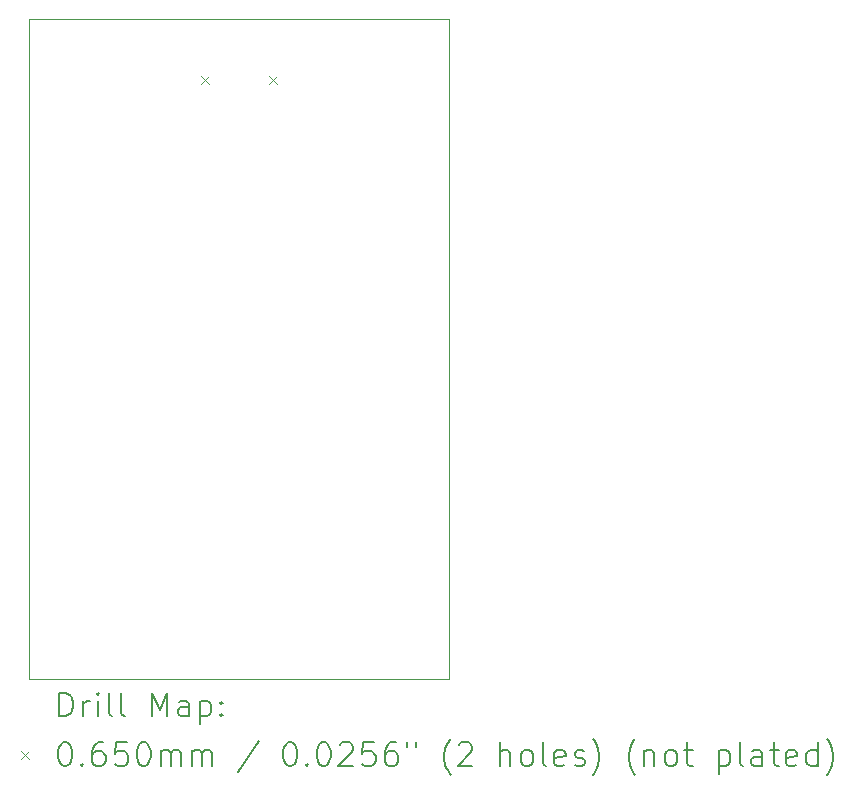
<source format=gbr>
%TF.GenerationSoftware,KiCad,Pcbnew,8.0.2*%
%TF.CreationDate,2024-06-21T23:47:10-04:00*%
%TF.ProjectId,RP2040 Custom,52503230-3430-4204-9375-73746f6d2e6b,rev?*%
%TF.SameCoordinates,Original*%
%TF.FileFunction,Drillmap*%
%TF.FilePolarity,Positive*%
%FSLAX45Y45*%
G04 Gerber Fmt 4.5, Leading zero omitted, Abs format (unit mm)*
G04 Created by KiCad (PCBNEW 8.0.2) date 2024-06-21 23:47:10*
%MOMM*%
%LPD*%
G01*
G04 APERTURE LIST*
%ADD10C,0.050000*%
%ADD11C,0.200000*%
%ADD12C,0.100000*%
G04 APERTURE END LIST*
D10*
X12192000Y-4318000D02*
X15748000Y-4318000D01*
X15748000Y-9906000D01*
X12192000Y-9906000D01*
X12192000Y-4318000D01*
D11*
D12*
X13648500Y-4800000D02*
X13713500Y-4865000D01*
X13713500Y-4800000D02*
X13648500Y-4865000D01*
X14226500Y-4800000D02*
X14291500Y-4865000D01*
X14291500Y-4800000D02*
X14226500Y-4865000D01*
D11*
X12450277Y-10219984D02*
X12450277Y-10019984D01*
X12450277Y-10019984D02*
X12497896Y-10019984D01*
X12497896Y-10019984D02*
X12526467Y-10029508D01*
X12526467Y-10029508D02*
X12545515Y-10048555D01*
X12545515Y-10048555D02*
X12555039Y-10067603D01*
X12555039Y-10067603D02*
X12564562Y-10105698D01*
X12564562Y-10105698D02*
X12564562Y-10134270D01*
X12564562Y-10134270D02*
X12555039Y-10172365D01*
X12555039Y-10172365D02*
X12545515Y-10191412D01*
X12545515Y-10191412D02*
X12526467Y-10210460D01*
X12526467Y-10210460D02*
X12497896Y-10219984D01*
X12497896Y-10219984D02*
X12450277Y-10219984D01*
X12650277Y-10219984D02*
X12650277Y-10086650D01*
X12650277Y-10124746D02*
X12659801Y-10105698D01*
X12659801Y-10105698D02*
X12669324Y-10096174D01*
X12669324Y-10096174D02*
X12688372Y-10086650D01*
X12688372Y-10086650D02*
X12707420Y-10086650D01*
X12774086Y-10219984D02*
X12774086Y-10086650D01*
X12774086Y-10019984D02*
X12764562Y-10029508D01*
X12764562Y-10029508D02*
X12774086Y-10039031D01*
X12774086Y-10039031D02*
X12783610Y-10029508D01*
X12783610Y-10029508D02*
X12774086Y-10019984D01*
X12774086Y-10019984D02*
X12774086Y-10039031D01*
X12897896Y-10219984D02*
X12878848Y-10210460D01*
X12878848Y-10210460D02*
X12869324Y-10191412D01*
X12869324Y-10191412D02*
X12869324Y-10019984D01*
X13002658Y-10219984D02*
X12983610Y-10210460D01*
X12983610Y-10210460D02*
X12974086Y-10191412D01*
X12974086Y-10191412D02*
X12974086Y-10019984D01*
X13231229Y-10219984D02*
X13231229Y-10019984D01*
X13231229Y-10019984D02*
X13297896Y-10162841D01*
X13297896Y-10162841D02*
X13364562Y-10019984D01*
X13364562Y-10019984D02*
X13364562Y-10219984D01*
X13545515Y-10219984D02*
X13545515Y-10115222D01*
X13545515Y-10115222D02*
X13535991Y-10096174D01*
X13535991Y-10096174D02*
X13516943Y-10086650D01*
X13516943Y-10086650D02*
X13478848Y-10086650D01*
X13478848Y-10086650D02*
X13459801Y-10096174D01*
X13545515Y-10210460D02*
X13526467Y-10219984D01*
X13526467Y-10219984D02*
X13478848Y-10219984D01*
X13478848Y-10219984D02*
X13459801Y-10210460D01*
X13459801Y-10210460D02*
X13450277Y-10191412D01*
X13450277Y-10191412D02*
X13450277Y-10172365D01*
X13450277Y-10172365D02*
X13459801Y-10153317D01*
X13459801Y-10153317D02*
X13478848Y-10143793D01*
X13478848Y-10143793D02*
X13526467Y-10143793D01*
X13526467Y-10143793D02*
X13545515Y-10134270D01*
X13640753Y-10086650D02*
X13640753Y-10286650D01*
X13640753Y-10096174D02*
X13659801Y-10086650D01*
X13659801Y-10086650D02*
X13697896Y-10086650D01*
X13697896Y-10086650D02*
X13716943Y-10096174D01*
X13716943Y-10096174D02*
X13726467Y-10105698D01*
X13726467Y-10105698D02*
X13735991Y-10124746D01*
X13735991Y-10124746D02*
X13735991Y-10181889D01*
X13735991Y-10181889D02*
X13726467Y-10200936D01*
X13726467Y-10200936D02*
X13716943Y-10210460D01*
X13716943Y-10210460D02*
X13697896Y-10219984D01*
X13697896Y-10219984D02*
X13659801Y-10219984D01*
X13659801Y-10219984D02*
X13640753Y-10210460D01*
X13821705Y-10200936D02*
X13831229Y-10210460D01*
X13831229Y-10210460D02*
X13821705Y-10219984D01*
X13821705Y-10219984D02*
X13812182Y-10210460D01*
X13812182Y-10210460D02*
X13821705Y-10200936D01*
X13821705Y-10200936D02*
X13821705Y-10219984D01*
X13821705Y-10096174D02*
X13831229Y-10105698D01*
X13831229Y-10105698D02*
X13821705Y-10115222D01*
X13821705Y-10115222D02*
X13812182Y-10105698D01*
X13812182Y-10105698D02*
X13821705Y-10096174D01*
X13821705Y-10096174D02*
X13821705Y-10115222D01*
D12*
X12124500Y-10516000D02*
X12189500Y-10581000D01*
X12189500Y-10516000D02*
X12124500Y-10581000D01*
D11*
X12488372Y-10439984D02*
X12507420Y-10439984D01*
X12507420Y-10439984D02*
X12526467Y-10449508D01*
X12526467Y-10449508D02*
X12535991Y-10459031D01*
X12535991Y-10459031D02*
X12545515Y-10478079D01*
X12545515Y-10478079D02*
X12555039Y-10516174D01*
X12555039Y-10516174D02*
X12555039Y-10563793D01*
X12555039Y-10563793D02*
X12545515Y-10601889D01*
X12545515Y-10601889D02*
X12535991Y-10620936D01*
X12535991Y-10620936D02*
X12526467Y-10630460D01*
X12526467Y-10630460D02*
X12507420Y-10639984D01*
X12507420Y-10639984D02*
X12488372Y-10639984D01*
X12488372Y-10639984D02*
X12469324Y-10630460D01*
X12469324Y-10630460D02*
X12459801Y-10620936D01*
X12459801Y-10620936D02*
X12450277Y-10601889D01*
X12450277Y-10601889D02*
X12440753Y-10563793D01*
X12440753Y-10563793D02*
X12440753Y-10516174D01*
X12440753Y-10516174D02*
X12450277Y-10478079D01*
X12450277Y-10478079D02*
X12459801Y-10459031D01*
X12459801Y-10459031D02*
X12469324Y-10449508D01*
X12469324Y-10449508D02*
X12488372Y-10439984D01*
X12640753Y-10620936D02*
X12650277Y-10630460D01*
X12650277Y-10630460D02*
X12640753Y-10639984D01*
X12640753Y-10639984D02*
X12631229Y-10630460D01*
X12631229Y-10630460D02*
X12640753Y-10620936D01*
X12640753Y-10620936D02*
X12640753Y-10639984D01*
X12821705Y-10439984D02*
X12783610Y-10439984D01*
X12783610Y-10439984D02*
X12764562Y-10449508D01*
X12764562Y-10449508D02*
X12755039Y-10459031D01*
X12755039Y-10459031D02*
X12735991Y-10487603D01*
X12735991Y-10487603D02*
X12726467Y-10525698D01*
X12726467Y-10525698D02*
X12726467Y-10601889D01*
X12726467Y-10601889D02*
X12735991Y-10620936D01*
X12735991Y-10620936D02*
X12745515Y-10630460D01*
X12745515Y-10630460D02*
X12764562Y-10639984D01*
X12764562Y-10639984D02*
X12802658Y-10639984D01*
X12802658Y-10639984D02*
X12821705Y-10630460D01*
X12821705Y-10630460D02*
X12831229Y-10620936D01*
X12831229Y-10620936D02*
X12840753Y-10601889D01*
X12840753Y-10601889D02*
X12840753Y-10554270D01*
X12840753Y-10554270D02*
X12831229Y-10535222D01*
X12831229Y-10535222D02*
X12821705Y-10525698D01*
X12821705Y-10525698D02*
X12802658Y-10516174D01*
X12802658Y-10516174D02*
X12764562Y-10516174D01*
X12764562Y-10516174D02*
X12745515Y-10525698D01*
X12745515Y-10525698D02*
X12735991Y-10535222D01*
X12735991Y-10535222D02*
X12726467Y-10554270D01*
X13021705Y-10439984D02*
X12926467Y-10439984D01*
X12926467Y-10439984D02*
X12916943Y-10535222D01*
X12916943Y-10535222D02*
X12926467Y-10525698D01*
X12926467Y-10525698D02*
X12945515Y-10516174D01*
X12945515Y-10516174D02*
X12993134Y-10516174D01*
X12993134Y-10516174D02*
X13012182Y-10525698D01*
X13012182Y-10525698D02*
X13021705Y-10535222D01*
X13021705Y-10535222D02*
X13031229Y-10554270D01*
X13031229Y-10554270D02*
X13031229Y-10601889D01*
X13031229Y-10601889D02*
X13021705Y-10620936D01*
X13021705Y-10620936D02*
X13012182Y-10630460D01*
X13012182Y-10630460D02*
X12993134Y-10639984D01*
X12993134Y-10639984D02*
X12945515Y-10639984D01*
X12945515Y-10639984D02*
X12926467Y-10630460D01*
X12926467Y-10630460D02*
X12916943Y-10620936D01*
X13155039Y-10439984D02*
X13174086Y-10439984D01*
X13174086Y-10439984D02*
X13193134Y-10449508D01*
X13193134Y-10449508D02*
X13202658Y-10459031D01*
X13202658Y-10459031D02*
X13212182Y-10478079D01*
X13212182Y-10478079D02*
X13221705Y-10516174D01*
X13221705Y-10516174D02*
X13221705Y-10563793D01*
X13221705Y-10563793D02*
X13212182Y-10601889D01*
X13212182Y-10601889D02*
X13202658Y-10620936D01*
X13202658Y-10620936D02*
X13193134Y-10630460D01*
X13193134Y-10630460D02*
X13174086Y-10639984D01*
X13174086Y-10639984D02*
X13155039Y-10639984D01*
X13155039Y-10639984D02*
X13135991Y-10630460D01*
X13135991Y-10630460D02*
X13126467Y-10620936D01*
X13126467Y-10620936D02*
X13116943Y-10601889D01*
X13116943Y-10601889D02*
X13107420Y-10563793D01*
X13107420Y-10563793D02*
X13107420Y-10516174D01*
X13107420Y-10516174D02*
X13116943Y-10478079D01*
X13116943Y-10478079D02*
X13126467Y-10459031D01*
X13126467Y-10459031D02*
X13135991Y-10449508D01*
X13135991Y-10449508D02*
X13155039Y-10439984D01*
X13307420Y-10639984D02*
X13307420Y-10506650D01*
X13307420Y-10525698D02*
X13316943Y-10516174D01*
X13316943Y-10516174D02*
X13335991Y-10506650D01*
X13335991Y-10506650D02*
X13364563Y-10506650D01*
X13364563Y-10506650D02*
X13383610Y-10516174D01*
X13383610Y-10516174D02*
X13393134Y-10535222D01*
X13393134Y-10535222D02*
X13393134Y-10639984D01*
X13393134Y-10535222D02*
X13402658Y-10516174D01*
X13402658Y-10516174D02*
X13421705Y-10506650D01*
X13421705Y-10506650D02*
X13450277Y-10506650D01*
X13450277Y-10506650D02*
X13469324Y-10516174D01*
X13469324Y-10516174D02*
X13478848Y-10535222D01*
X13478848Y-10535222D02*
X13478848Y-10639984D01*
X13574086Y-10639984D02*
X13574086Y-10506650D01*
X13574086Y-10525698D02*
X13583610Y-10516174D01*
X13583610Y-10516174D02*
X13602658Y-10506650D01*
X13602658Y-10506650D02*
X13631229Y-10506650D01*
X13631229Y-10506650D02*
X13650277Y-10516174D01*
X13650277Y-10516174D02*
X13659801Y-10535222D01*
X13659801Y-10535222D02*
X13659801Y-10639984D01*
X13659801Y-10535222D02*
X13669324Y-10516174D01*
X13669324Y-10516174D02*
X13688372Y-10506650D01*
X13688372Y-10506650D02*
X13716943Y-10506650D01*
X13716943Y-10506650D02*
X13735991Y-10516174D01*
X13735991Y-10516174D02*
X13745515Y-10535222D01*
X13745515Y-10535222D02*
X13745515Y-10639984D01*
X14135991Y-10430460D02*
X13964563Y-10687603D01*
X14393134Y-10439984D02*
X14412182Y-10439984D01*
X14412182Y-10439984D02*
X14431229Y-10449508D01*
X14431229Y-10449508D02*
X14440753Y-10459031D01*
X14440753Y-10459031D02*
X14450277Y-10478079D01*
X14450277Y-10478079D02*
X14459801Y-10516174D01*
X14459801Y-10516174D02*
X14459801Y-10563793D01*
X14459801Y-10563793D02*
X14450277Y-10601889D01*
X14450277Y-10601889D02*
X14440753Y-10620936D01*
X14440753Y-10620936D02*
X14431229Y-10630460D01*
X14431229Y-10630460D02*
X14412182Y-10639984D01*
X14412182Y-10639984D02*
X14393134Y-10639984D01*
X14393134Y-10639984D02*
X14374086Y-10630460D01*
X14374086Y-10630460D02*
X14364563Y-10620936D01*
X14364563Y-10620936D02*
X14355039Y-10601889D01*
X14355039Y-10601889D02*
X14345515Y-10563793D01*
X14345515Y-10563793D02*
X14345515Y-10516174D01*
X14345515Y-10516174D02*
X14355039Y-10478079D01*
X14355039Y-10478079D02*
X14364563Y-10459031D01*
X14364563Y-10459031D02*
X14374086Y-10449508D01*
X14374086Y-10449508D02*
X14393134Y-10439984D01*
X14545515Y-10620936D02*
X14555039Y-10630460D01*
X14555039Y-10630460D02*
X14545515Y-10639984D01*
X14545515Y-10639984D02*
X14535991Y-10630460D01*
X14535991Y-10630460D02*
X14545515Y-10620936D01*
X14545515Y-10620936D02*
X14545515Y-10639984D01*
X14678848Y-10439984D02*
X14697896Y-10439984D01*
X14697896Y-10439984D02*
X14716944Y-10449508D01*
X14716944Y-10449508D02*
X14726467Y-10459031D01*
X14726467Y-10459031D02*
X14735991Y-10478079D01*
X14735991Y-10478079D02*
X14745515Y-10516174D01*
X14745515Y-10516174D02*
X14745515Y-10563793D01*
X14745515Y-10563793D02*
X14735991Y-10601889D01*
X14735991Y-10601889D02*
X14726467Y-10620936D01*
X14726467Y-10620936D02*
X14716944Y-10630460D01*
X14716944Y-10630460D02*
X14697896Y-10639984D01*
X14697896Y-10639984D02*
X14678848Y-10639984D01*
X14678848Y-10639984D02*
X14659801Y-10630460D01*
X14659801Y-10630460D02*
X14650277Y-10620936D01*
X14650277Y-10620936D02*
X14640753Y-10601889D01*
X14640753Y-10601889D02*
X14631229Y-10563793D01*
X14631229Y-10563793D02*
X14631229Y-10516174D01*
X14631229Y-10516174D02*
X14640753Y-10478079D01*
X14640753Y-10478079D02*
X14650277Y-10459031D01*
X14650277Y-10459031D02*
X14659801Y-10449508D01*
X14659801Y-10449508D02*
X14678848Y-10439984D01*
X14821706Y-10459031D02*
X14831229Y-10449508D01*
X14831229Y-10449508D02*
X14850277Y-10439984D01*
X14850277Y-10439984D02*
X14897896Y-10439984D01*
X14897896Y-10439984D02*
X14916944Y-10449508D01*
X14916944Y-10449508D02*
X14926467Y-10459031D01*
X14926467Y-10459031D02*
X14935991Y-10478079D01*
X14935991Y-10478079D02*
X14935991Y-10497127D01*
X14935991Y-10497127D02*
X14926467Y-10525698D01*
X14926467Y-10525698D02*
X14812182Y-10639984D01*
X14812182Y-10639984D02*
X14935991Y-10639984D01*
X15116944Y-10439984D02*
X15021706Y-10439984D01*
X15021706Y-10439984D02*
X15012182Y-10535222D01*
X15012182Y-10535222D02*
X15021706Y-10525698D01*
X15021706Y-10525698D02*
X15040753Y-10516174D01*
X15040753Y-10516174D02*
X15088372Y-10516174D01*
X15088372Y-10516174D02*
X15107420Y-10525698D01*
X15107420Y-10525698D02*
X15116944Y-10535222D01*
X15116944Y-10535222D02*
X15126467Y-10554270D01*
X15126467Y-10554270D02*
X15126467Y-10601889D01*
X15126467Y-10601889D02*
X15116944Y-10620936D01*
X15116944Y-10620936D02*
X15107420Y-10630460D01*
X15107420Y-10630460D02*
X15088372Y-10639984D01*
X15088372Y-10639984D02*
X15040753Y-10639984D01*
X15040753Y-10639984D02*
X15021706Y-10630460D01*
X15021706Y-10630460D02*
X15012182Y-10620936D01*
X15297896Y-10439984D02*
X15259801Y-10439984D01*
X15259801Y-10439984D02*
X15240753Y-10449508D01*
X15240753Y-10449508D02*
X15231229Y-10459031D01*
X15231229Y-10459031D02*
X15212182Y-10487603D01*
X15212182Y-10487603D02*
X15202658Y-10525698D01*
X15202658Y-10525698D02*
X15202658Y-10601889D01*
X15202658Y-10601889D02*
X15212182Y-10620936D01*
X15212182Y-10620936D02*
X15221706Y-10630460D01*
X15221706Y-10630460D02*
X15240753Y-10639984D01*
X15240753Y-10639984D02*
X15278848Y-10639984D01*
X15278848Y-10639984D02*
X15297896Y-10630460D01*
X15297896Y-10630460D02*
X15307420Y-10620936D01*
X15307420Y-10620936D02*
X15316944Y-10601889D01*
X15316944Y-10601889D02*
X15316944Y-10554270D01*
X15316944Y-10554270D02*
X15307420Y-10535222D01*
X15307420Y-10535222D02*
X15297896Y-10525698D01*
X15297896Y-10525698D02*
X15278848Y-10516174D01*
X15278848Y-10516174D02*
X15240753Y-10516174D01*
X15240753Y-10516174D02*
X15221706Y-10525698D01*
X15221706Y-10525698D02*
X15212182Y-10535222D01*
X15212182Y-10535222D02*
X15202658Y-10554270D01*
X15393134Y-10439984D02*
X15393134Y-10478079D01*
X15469325Y-10439984D02*
X15469325Y-10478079D01*
X15764563Y-10716174D02*
X15755039Y-10706650D01*
X15755039Y-10706650D02*
X15735991Y-10678079D01*
X15735991Y-10678079D02*
X15726468Y-10659031D01*
X15726468Y-10659031D02*
X15716944Y-10630460D01*
X15716944Y-10630460D02*
X15707420Y-10582841D01*
X15707420Y-10582841D02*
X15707420Y-10544746D01*
X15707420Y-10544746D02*
X15716944Y-10497127D01*
X15716944Y-10497127D02*
X15726468Y-10468555D01*
X15726468Y-10468555D02*
X15735991Y-10449508D01*
X15735991Y-10449508D02*
X15755039Y-10420936D01*
X15755039Y-10420936D02*
X15764563Y-10411412D01*
X15831229Y-10459031D02*
X15840753Y-10449508D01*
X15840753Y-10449508D02*
X15859801Y-10439984D01*
X15859801Y-10439984D02*
X15907420Y-10439984D01*
X15907420Y-10439984D02*
X15926468Y-10449508D01*
X15926468Y-10449508D02*
X15935991Y-10459031D01*
X15935991Y-10459031D02*
X15945515Y-10478079D01*
X15945515Y-10478079D02*
X15945515Y-10497127D01*
X15945515Y-10497127D02*
X15935991Y-10525698D01*
X15935991Y-10525698D02*
X15821706Y-10639984D01*
X15821706Y-10639984D02*
X15945515Y-10639984D01*
X16183610Y-10639984D02*
X16183610Y-10439984D01*
X16269325Y-10639984D02*
X16269325Y-10535222D01*
X16269325Y-10535222D02*
X16259801Y-10516174D01*
X16259801Y-10516174D02*
X16240753Y-10506650D01*
X16240753Y-10506650D02*
X16212182Y-10506650D01*
X16212182Y-10506650D02*
X16193134Y-10516174D01*
X16193134Y-10516174D02*
X16183610Y-10525698D01*
X16393134Y-10639984D02*
X16374087Y-10630460D01*
X16374087Y-10630460D02*
X16364563Y-10620936D01*
X16364563Y-10620936D02*
X16355039Y-10601889D01*
X16355039Y-10601889D02*
X16355039Y-10544746D01*
X16355039Y-10544746D02*
X16364563Y-10525698D01*
X16364563Y-10525698D02*
X16374087Y-10516174D01*
X16374087Y-10516174D02*
X16393134Y-10506650D01*
X16393134Y-10506650D02*
X16421706Y-10506650D01*
X16421706Y-10506650D02*
X16440753Y-10516174D01*
X16440753Y-10516174D02*
X16450277Y-10525698D01*
X16450277Y-10525698D02*
X16459801Y-10544746D01*
X16459801Y-10544746D02*
X16459801Y-10601889D01*
X16459801Y-10601889D02*
X16450277Y-10620936D01*
X16450277Y-10620936D02*
X16440753Y-10630460D01*
X16440753Y-10630460D02*
X16421706Y-10639984D01*
X16421706Y-10639984D02*
X16393134Y-10639984D01*
X16574087Y-10639984D02*
X16555039Y-10630460D01*
X16555039Y-10630460D02*
X16545515Y-10611412D01*
X16545515Y-10611412D02*
X16545515Y-10439984D01*
X16726468Y-10630460D02*
X16707420Y-10639984D01*
X16707420Y-10639984D02*
X16669325Y-10639984D01*
X16669325Y-10639984D02*
X16650277Y-10630460D01*
X16650277Y-10630460D02*
X16640753Y-10611412D01*
X16640753Y-10611412D02*
X16640753Y-10535222D01*
X16640753Y-10535222D02*
X16650277Y-10516174D01*
X16650277Y-10516174D02*
X16669325Y-10506650D01*
X16669325Y-10506650D02*
X16707420Y-10506650D01*
X16707420Y-10506650D02*
X16726468Y-10516174D01*
X16726468Y-10516174D02*
X16735991Y-10535222D01*
X16735991Y-10535222D02*
X16735991Y-10554270D01*
X16735991Y-10554270D02*
X16640753Y-10573317D01*
X16812182Y-10630460D02*
X16831230Y-10639984D01*
X16831230Y-10639984D02*
X16869325Y-10639984D01*
X16869325Y-10639984D02*
X16888373Y-10630460D01*
X16888373Y-10630460D02*
X16897896Y-10611412D01*
X16897896Y-10611412D02*
X16897896Y-10601889D01*
X16897896Y-10601889D02*
X16888373Y-10582841D01*
X16888373Y-10582841D02*
X16869325Y-10573317D01*
X16869325Y-10573317D02*
X16840753Y-10573317D01*
X16840753Y-10573317D02*
X16821706Y-10563793D01*
X16821706Y-10563793D02*
X16812182Y-10544746D01*
X16812182Y-10544746D02*
X16812182Y-10535222D01*
X16812182Y-10535222D02*
X16821706Y-10516174D01*
X16821706Y-10516174D02*
X16840753Y-10506650D01*
X16840753Y-10506650D02*
X16869325Y-10506650D01*
X16869325Y-10506650D02*
X16888373Y-10516174D01*
X16964563Y-10716174D02*
X16974087Y-10706650D01*
X16974087Y-10706650D02*
X16993134Y-10678079D01*
X16993134Y-10678079D02*
X17002658Y-10659031D01*
X17002658Y-10659031D02*
X17012182Y-10630460D01*
X17012182Y-10630460D02*
X17021706Y-10582841D01*
X17021706Y-10582841D02*
X17021706Y-10544746D01*
X17021706Y-10544746D02*
X17012182Y-10497127D01*
X17012182Y-10497127D02*
X17002658Y-10468555D01*
X17002658Y-10468555D02*
X16993134Y-10449508D01*
X16993134Y-10449508D02*
X16974087Y-10420936D01*
X16974087Y-10420936D02*
X16964563Y-10411412D01*
X17326468Y-10716174D02*
X17316944Y-10706650D01*
X17316944Y-10706650D02*
X17297896Y-10678079D01*
X17297896Y-10678079D02*
X17288373Y-10659031D01*
X17288373Y-10659031D02*
X17278849Y-10630460D01*
X17278849Y-10630460D02*
X17269325Y-10582841D01*
X17269325Y-10582841D02*
X17269325Y-10544746D01*
X17269325Y-10544746D02*
X17278849Y-10497127D01*
X17278849Y-10497127D02*
X17288373Y-10468555D01*
X17288373Y-10468555D02*
X17297896Y-10449508D01*
X17297896Y-10449508D02*
X17316944Y-10420936D01*
X17316944Y-10420936D02*
X17326468Y-10411412D01*
X17402658Y-10506650D02*
X17402658Y-10639984D01*
X17402658Y-10525698D02*
X17412182Y-10516174D01*
X17412182Y-10516174D02*
X17431230Y-10506650D01*
X17431230Y-10506650D02*
X17459801Y-10506650D01*
X17459801Y-10506650D02*
X17478849Y-10516174D01*
X17478849Y-10516174D02*
X17488373Y-10535222D01*
X17488373Y-10535222D02*
X17488373Y-10639984D01*
X17612182Y-10639984D02*
X17593134Y-10630460D01*
X17593134Y-10630460D02*
X17583611Y-10620936D01*
X17583611Y-10620936D02*
X17574087Y-10601889D01*
X17574087Y-10601889D02*
X17574087Y-10544746D01*
X17574087Y-10544746D02*
X17583611Y-10525698D01*
X17583611Y-10525698D02*
X17593134Y-10516174D01*
X17593134Y-10516174D02*
X17612182Y-10506650D01*
X17612182Y-10506650D02*
X17640754Y-10506650D01*
X17640754Y-10506650D02*
X17659801Y-10516174D01*
X17659801Y-10516174D02*
X17669325Y-10525698D01*
X17669325Y-10525698D02*
X17678849Y-10544746D01*
X17678849Y-10544746D02*
X17678849Y-10601889D01*
X17678849Y-10601889D02*
X17669325Y-10620936D01*
X17669325Y-10620936D02*
X17659801Y-10630460D01*
X17659801Y-10630460D02*
X17640754Y-10639984D01*
X17640754Y-10639984D02*
X17612182Y-10639984D01*
X17735992Y-10506650D02*
X17812182Y-10506650D01*
X17764563Y-10439984D02*
X17764563Y-10611412D01*
X17764563Y-10611412D02*
X17774087Y-10630460D01*
X17774087Y-10630460D02*
X17793134Y-10639984D01*
X17793134Y-10639984D02*
X17812182Y-10639984D01*
X18031230Y-10506650D02*
X18031230Y-10706650D01*
X18031230Y-10516174D02*
X18050277Y-10506650D01*
X18050277Y-10506650D02*
X18088373Y-10506650D01*
X18088373Y-10506650D02*
X18107420Y-10516174D01*
X18107420Y-10516174D02*
X18116944Y-10525698D01*
X18116944Y-10525698D02*
X18126468Y-10544746D01*
X18126468Y-10544746D02*
X18126468Y-10601889D01*
X18126468Y-10601889D02*
X18116944Y-10620936D01*
X18116944Y-10620936D02*
X18107420Y-10630460D01*
X18107420Y-10630460D02*
X18088373Y-10639984D01*
X18088373Y-10639984D02*
X18050277Y-10639984D01*
X18050277Y-10639984D02*
X18031230Y-10630460D01*
X18240754Y-10639984D02*
X18221706Y-10630460D01*
X18221706Y-10630460D02*
X18212182Y-10611412D01*
X18212182Y-10611412D02*
X18212182Y-10439984D01*
X18402658Y-10639984D02*
X18402658Y-10535222D01*
X18402658Y-10535222D02*
X18393135Y-10516174D01*
X18393135Y-10516174D02*
X18374087Y-10506650D01*
X18374087Y-10506650D02*
X18335992Y-10506650D01*
X18335992Y-10506650D02*
X18316944Y-10516174D01*
X18402658Y-10630460D02*
X18383611Y-10639984D01*
X18383611Y-10639984D02*
X18335992Y-10639984D01*
X18335992Y-10639984D02*
X18316944Y-10630460D01*
X18316944Y-10630460D02*
X18307420Y-10611412D01*
X18307420Y-10611412D02*
X18307420Y-10592365D01*
X18307420Y-10592365D02*
X18316944Y-10573317D01*
X18316944Y-10573317D02*
X18335992Y-10563793D01*
X18335992Y-10563793D02*
X18383611Y-10563793D01*
X18383611Y-10563793D02*
X18402658Y-10554270D01*
X18469325Y-10506650D02*
X18545515Y-10506650D01*
X18497896Y-10439984D02*
X18497896Y-10611412D01*
X18497896Y-10611412D02*
X18507420Y-10630460D01*
X18507420Y-10630460D02*
X18526468Y-10639984D01*
X18526468Y-10639984D02*
X18545515Y-10639984D01*
X18688373Y-10630460D02*
X18669325Y-10639984D01*
X18669325Y-10639984D02*
X18631230Y-10639984D01*
X18631230Y-10639984D02*
X18612182Y-10630460D01*
X18612182Y-10630460D02*
X18602658Y-10611412D01*
X18602658Y-10611412D02*
X18602658Y-10535222D01*
X18602658Y-10535222D02*
X18612182Y-10516174D01*
X18612182Y-10516174D02*
X18631230Y-10506650D01*
X18631230Y-10506650D02*
X18669325Y-10506650D01*
X18669325Y-10506650D02*
X18688373Y-10516174D01*
X18688373Y-10516174D02*
X18697896Y-10535222D01*
X18697896Y-10535222D02*
X18697896Y-10554270D01*
X18697896Y-10554270D02*
X18602658Y-10573317D01*
X18869325Y-10639984D02*
X18869325Y-10439984D01*
X18869325Y-10630460D02*
X18850277Y-10639984D01*
X18850277Y-10639984D02*
X18812182Y-10639984D01*
X18812182Y-10639984D02*
X18793135Y-10630460D01*
X18793135Y-10630460D02*
X18783611Y-10620936D01*
X18783611Y-10620936D02*
X18774087Y-10601889D01*
X18774087Y-10601889D02*
X18774087Y-10544746D01*
X18774087Y-10544746D02*
X18783611Y-10525698D01*
X18783611Y-10525698D02*
X18793135Y-10516174D01*
X18793135Y-10516174D02*
X18812182Y-10506650D01*
X18812182Y-10506650D02*
X18850277Y-10506650D01*
X18850277Y-10506650D02*
X18869325Y-10516174D01*
X18945516Y-10716174D02*
X18955039Y-10706650D01*
X18955039Y-10706650D02*
X18974087Y-10678079D01*
X18974087Y-10678079D02*
X18983611Y-10659031D01*
X18983611Y-10659031D02*
X18993135Y-10630460D01*
X18993135Y-10630460D02*
X19002658Y-10582841D01*
X19002658Y-10582841D02*
X19002658Y-10544746D01*
X19002658Y-10544746D02*
X18993135Y-10497127D01*
X18993135Y-10497127D02*
X18983611Y-10468555D01*
X18983611Y-10468555D02*
X18974087Y-10449508D01*
X18974087Y-10449508D02*
X18955039Y-10420936D01*
X18955039Y-10420936D02*
X18945516Y-10411412D01*
M02*

</source>
